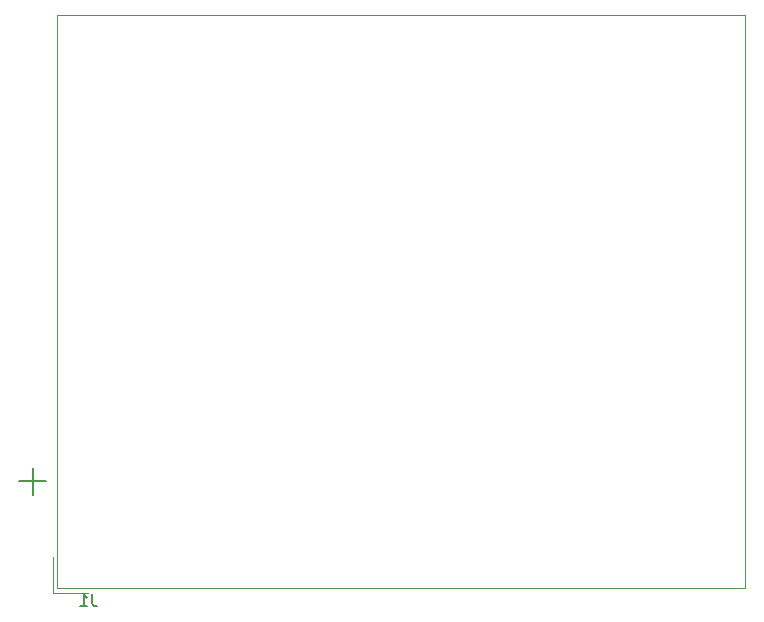
<source format=gbr>
%TF.GenerationSoftware,KiCad,Pcbnew,8.0.0-rc1-67-g7b24167398*%
%TF.CreationDate,2024-01-29T15:53:44-08:00*%
%TF.ProjectId,test,74657374-2e6b-4696-9361-645f70636258,rev?*%
%TF.SameCoordinates,Original*%
%TF.FileFunction,Legend,Bot*%
%TF.FilePolarity,Positive*%
%FSLAX46Y46*%
G04 Gerber Fmt 4.6, Leading zero omitted, Abs format (unit mm)*
G04 Created by KiCad (PCBNEW 8.0.0-rc1-67-g7b24167398) date 2024-01-29 15:53:44*
%MOMM*%
%LPD*%
G01*
G04 APERTURE LIST*
%ADD10C,0.150000*%
%ADD11C,0.120000*%
G04 APERTURE END LIST*
D10*
X101118333Y-97939819D02*
X101118333Y-98654104D01*
X101118333Y-98654104D02*
X101165952Y-98796961D01*
X101165952Y-98796961D02*
X101261190Y-98892200D01*
X101261190Y-98892200D02*
X101404047Y-98939819D01*
X101404047Y-98939819D02*
X101499285Y-98939819D01*
X100118333Y-98939819D02*
X100689761Y-98939819D01*
X100404047Y-98939819D02*
X100404047Y-97939819D01*
X100404047Y-97939819D02*
X100499285Y-98082676D01*
X100499285Y-98082676D02*
X100594523Y-98177914D01*
X100594523Y-98177914D02*
X100689761Y-98225533D01*
X97227857Y-88372200D02*
X94942143Y-88372200D01*
X96085000Y-89515057D02*
X96085000Y-87229342D01*
D11*
%TO.C,J1*%
X97785000Y-97785000D02*
X97785000Y-94785000D01*
X98165000Y-48865000D02*
X98165000Y-97405000D01*
X100785000Y-97785000D02*
X97785000Y-97785000D01*
X156405000Y-48865000D02*
X98165000Y-48865000D01*
X156405000Y-48865000D02*
X156405000Y-97405000D01*
X156405000Y-97405000D02*
X98165000Y-97405000D01*
%TD*%
M02*

</source>
